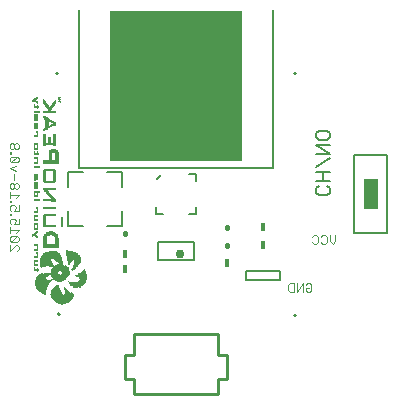
<source format=gbo>
G75*
%MOIN*%
%OFA0B0*%
%FSLAX24Y24*%
%IPPOS*%
%LPD*%
%AMOC8*
5,1,8,0,0,1.08239X$1,22.5*
%
%ADD10R,0.4400X0.5000*%
%ADD11C,0.0040*%
%ADD12C,0.0060*%
%ADD13C,0.0160*%
%ADD14R,0.0160X0.0280*%
%ADD15C,0.0080*%
%ADD16C,0.0100*%
%ADD17R,0.0098X0.0098*%
%ADD18C,0.0050*%
%ADD19R,0.0500X0.1000*%
%ADD20C,0.0300*%
%ADD21R,0.0006X0.0048*%
%ADD22R,0.0006X0.0048*%
%ADD23R,0.0006X0.0042*%
%ADD24R,0.0006X0.0042*%
%ADD25R,0.0006X0.0042*%
%ADD26R,0.0006X0.0042*%
%ADD27R,0.0006X0.0090*%
%ADD28R,0.0006X0.0066*%
%ADD29R,0.0006X0.0048*%
%ADD30R,0.0006X0.0162*%
%ADD31R,0.0006X0.0054*%
%ADD32R,0.0006X0.0048*%
%ADD33R,0.0006X0.0156*%
%ADD34R,0.0006X0.0072*%
%ADD35R,0.0006X0.0108*%
%ADD36R,0.0006X0.0198*%
%ADD37R,0.0006X0.0054*%
%ADD38R,0.0006X0.0180*%
%ADD39R,0.0006X0.0192*%
%ADD40R,0.0006X0.0198*%
%ADD41R,0.0006X0.0108*%
%ADD42R,0.0006X0.0066*%
%ADD43R,0.0006X0.0192*%
%ADD44R,0.0006X0.0204*%
%ADD45R,0.0006X0.0084*%
%ADD46R,0.0006X0.0072*%
%ADD47R,0.0006X0.0078*%
%ADD48R,0.0006X0.0072*%
%ADD49R,0.0006X0.0036*%
%ADD50R,0.0006X0.0036*%
%ADD51R,0.0006X0.0036*%
%ADD52R,0.0006X0.0126*%
%ADD53R,0.0006X0.0228*%
%ADD54R,0.0006X0.0186*%
%ADD55R,0.0006X0.0198*%
%ADD56R,0.0006X0.0252*%
%ADD57R,0.0006X0.0306*%
%ADD58R,0.0006X0.0318*%
%ADD59R,0.0006X0.0342*%
%ADD60R,0.0006X0.0354*%
%ADD61R,0.0006X0.0384*%
%ADD62R,0.0006X0.0402*%
%ADD63R,0.0006X0.0420*%
%ADD64R,0.0006X0.0150*%
%ADD65R,0.0006X0.0432*%
%ADD66R,0.0006X0.0450*%
%ADD67R,0.0006X0.0150*%
%ADD68R,0.0006X0.0054*%
%ADD69R,0.0006X0.0060*%
%ADD70R,0.0006X0.0162*%
%ADD71R,0.0006X0.0462*%
%ADD72R,0.0006X0.0480*%
%ADD73R,0.0006X0.0486*%
%ADD74R,0.0006X0.0492*%
%ADD75R,0.0006X0.0504*%
%ADD76R,0.0006X0.0516*%
%ADD77R,0.0006X0.0534*%
%ADD78R,0.0006X0.0540*%
%ADD79R,0.0006X0.0552*%
%ADD80R,0.0006X0.0552*%
%ADD81R,0.0006X0.0564*%
%ADD82R,0.0006X0.0570*%
%ADD83R,0.0006X0.0576*%
%ADD84R,0.0006X0.0582*%
%ADD85R,0.0006X0.0006*%
%ADD86R,0.0006X0.0594*%
%ADD87R,0.0006X0.0084*%
%ADD88R,0.0006X0.0600*%
%ADD89R,0.0006X0.0612*%
%ADD90R,0.0006X0.0012*%
%ADD91R,0.0006X0.0246*%
%ADD92R,0.0006X0.0300*%
%ADD93R,0.0006X0.0618*%
%ADD94R,0.0006X0.0324*%
%ADD95R,0.0006X0.0624*%
%ADD96R,0.0006X0.0330*%
%ADD97R,0.0006X0.0630*%
%ADD98R,0.0006X0.0348*%
%ADD99R,0.0006X0.0360*%
%ADD100R,0.0006X0.0642*%
%ADD101R,0.0006X0.0378*%
%ADD102R,0.0006X0.0648*%
%ADD103R,0.0006X0.0396*%
%ADD104R,0.0006X0.0648*%
%ADD105R,0.0006X0.0396*%
%ADD106R,0.0006X0.0660*%
%ADD107R,0.0006X0.0408*%
%ADD108R,0.0006X0.0666*%
%ADD109R,0.0006X0.0414*%
%ADD110R,0.0006X0.0672*%
%ADD111R,0.0006X0.0672*%
%ADD112R,0.0006X0.0420*%
%ADD113R,0.0006X0.0678*%
%ADD114R,0.0006X0.0426*%
%ADD115R,0.0006X0.0312*%
%ADD116R,0.0006X0.0294*%
%ADD117R,0.0006X0.0084*%
%ADD118R,0.0006X0.0078*%
%ADD119R,0.0006X0.0102*%
%ADD120R,0.0006X0.0390*%
%ADD121R,0.0006X0.0096*%
%ADD122R,0.0006X0.0138*%
%ADD123R,0.0006X0.0684*%
%ADD124R,0.0006X0.0432*%
%ADD125R,0.0006X0.0354*%
%ADD126R,0.0006X0.0090*%
%ADD127R,0.0006X0.0138*%
%ADD128R,0.0006X0.0438*%
%ADD129R,0.0006X0.0696*%
%ADD130R,0.0006X0.0444*%
%ADD131R,0.0006X0.0408*%
%ADD132R,0.0006X0.0390*%
%ADD133R,0.0006X0.0084*%
%ADD134R,0.0006X0.0078*%
%ADD135R,0.0006X0.0432*%
%ADD136R,0.0006X0.0102*%
%ADD137R,0.0006X0.0096*%
%ADD138R,0.0006X0.0132*%
%ADD139R,0.0006X0.0696*%
%ADD140R,0.0006X0.0450*%
%ADD141R,0.0006X0.0438*%
%ADD142R,0.0006X0.0702*%
%ADD143R,0.0006X0.0444*%
%ADD144R,0.0006X0.0102*%
%ADD145R,0.0006X0.0708*%
%ADD146R,0.0006X0.0456*%
%ADD147R,0.0006X0.0114*%
%ADD148R,0.0006X0.0462*%
%ADD149R,0.0006X0.0096*%
%ADD150R,0.0006X0.0132*%
%ADD151R,0.0006X0.0708*%
%ADD152R,0.0006X0.0456*%
%ADD153R,0.0006X0.0456*%
%ADD154R,0.0006X0.0120*%
%ADD155R,0.0006X0.0462*%
%ADD156R,0.0006X0.0102*%
%ADD157R,0.0006X0.0138*%
%ADD158R,0.0006X0.0426*%
%ADD159R,0.0006X0.0468*%
%ADD160R,0.0006X0.0468*%
%ADD161R,0.0006X0.0132*%
%ADD162R,0.0006X0.0168*%
%ADD163R,0.0006X0.0474*%
%ADD164R,0.0006X0.0456*%
%ADD165R,0.0006X0.0162*%
%ADD166R,0.0006X0.0144*%
%ADD167R,0.0006X0.0444*%
%ADD168R,0.0006X0.0474*%
%ADD169R,0.0006X0.0486*%
%ADD170R,0.0006X0.0138*%
%ADD171R,0.0006X0.0144*%
%ADD172R,0.0006X0.0336*%
%ADD173R,0.0006X0.0498*%
%ADD174R,0.0006X0.0168*%
%ADD175R,0.0006X0.0330*%
%ADD176R,0.0006X0.0174*%
%ADD177R,0.0006X0.0288*%
%ADD178R,0.0006X0.0126*%
%ADD179R,0.0006X0.0486*%
%ADD180R,0.0006X0.0402*%
%ADD181R,0.0006X0.0132*%
%ADD182R,0.0006X0.0252*%
%ADD183R,0.0006X0.0120*%
%ADD184R,0.0006X0.0492*%
%ADD185R,0.0006X0.0240*%
%ADD186R,0.0006X0.0114*%
%ADD187R,0.0006X0.0228*%
%ADD188R,0.0006X0.0204*%
%ADD189R,0.0006X0.0126*%
%ADD190R,0.0006X0.0216*%
%ADD191R,0.0006X0.0378*%
%ADD192R,0.0006X0.0198*%
%ADD193R,0.0006X0.0492*%
%ADD194R,0.0006X0.0366*%
%ADD195R,0.0006X0.0366*%
%ADD196R,0.0006X0.0156*%
%ADD197R,0.0006X0.0348*%
%ADD198R,0.0006X0.0498*%
%ADD199R,0.0006X0.0108*%
%ADD200R,0.0006X0.0264*%
%ADD201R,0.0006X0.0222*%
%ADD202R,0.0006X0.0504*%
%ADD203R,0.0006X0.0264*%
%ADD204R,0.0006X0.0060*%
%ADD205R,0.0006X0.0510*%
%ADD206R,0.0006X0.0066*%
%ADD207R,0.0006X0.0054*%
%ADD208R,0.0006X0.0510*%
%ADD209R,0.0006X0.0108*%
%ADD210R,0.0006X0.0192*%
%ADD211R,0.0006X0.0288*%
%ADD212R,0.0006X0.0030*%
%ADD213R,0.0006X0.0180*%
%ADD214R,0.0006X0.0270*%
%ADD215R,0.0006X0.0480*%
%ADD216R,0.0006X0.0078*%
%ADD217R,0.0006X0.0114*%
%ADD218R,0.0006X0.0024*%
%ADD219R,0.0006X0.0174*%
%ADD220R,0.0006X0.0018*%
%ADD221R,0.0006X0.0210*%
%ADD222R,0.0006X0.0258*%
%ADD223R,0.0006X0.0234*%
%ADD224R,0.0006X0.0252*%
%ADD225R,0.0006X0.0012*%
%ADD226R,0.0006X0.0258*%
%ADD227R,0.0006X0.0270*%
%ADD228R,0.0006X0.0012*%
%ADD229R,0.0006X0.0282*%
%ADD230R,0.0006X0.0186*%
%ADD231R,0.0006X0.0312*%
%ADD232R,0.0006X0.0360*%
%ADD233R,0.0006X0.0276*%
%ADD234R,0.0006X0.0468*%
%ADD235R,0.0006X0.0282*%
%ADD236R,0.0006X0.0144*%
%ADD237R,0.0006X0.0474*%
%ADD238R,0.0006X0.0438*%
%ADD239R,0.0006X0.0126*%
%ADD240R,0.0006X0.0486*%
%ADD241R,0.0006X0.0528*%
%ADD242R,0.0006X0.0534*%
%ADD243R,0.0006X0.0516*%
%ADD244R,0.0006X0.0306*%
%ADD245R,0.0006X0.0492*%
%ADD246R,0.0006X0.0546*%
%ADD247R,0.0006X0.0522*%
%ADD248R,0.0006X0.0306*%
%ADD249R,0.0006X0.0534*%
%ADD250R,0.0006X0.0558*%
%ADD251R,0.0006X0.0570*%
%ADD252R,0.0006X0.0540*%
%ADD253R,0.0006X0.0318*%
%ADD254R,0.0006X0.0546*%
%ADD255R,0.0006X0.0324*%
%ADD256R,0.0006X0.0588*%
%ADD257R,0.0006X0.0600*%
%ADD258R,0.0006X0.0558*%
%ADD259R,0.0006X0.0324*%
%ADD260R,0.0006X0.0462*%
%ADD261R,0.0006X0.0612*%
%ADD262R,0.0006X0.0366*%
%ADD263R,0.0006X0.0588*%
%ADD264R,0.0006X0.0576*%
%ADD265R,0.0006X0.0246*%
%ADD266R,0.0006X0.0234*%
%ADD267R,0.0006X0.0006*%
%ADD268R,0.0006X0.0552*%
%ADD269R,0.0006X0.0222*%
%ADD270R,0.0006X0.0234*%
%ADD271R,0.0006X0.0024*%
%ADD272R,0.0006X0.0336*%
%ADD273R,0.0006X0.0504*%
%ADD274R,0.0006X0.0228*%
%ADD275R,0.0006X0.0216*%
%ADD276R,0.0006X0.0336*%
%ADD277R,0.0006X0.0498*%
%ADD278R,0.0006X0.0228*%
%ADD279R,0.0006X0.0030*%
%ADD280R,0.0006X0.0222*%
%ADD281R,0.0006X0.0024*%
%ADD282R,0.0006X0.0396*%
%ADD283R,0.0006X0.0384*%
%ADD284R,0.0006X0.0498*%
%ADD285R,0.0006X0.0372*%
%ADD286R,0.0006X0.0318*%
%ADD287R,0.0006X0.0306*%
%ADD288R,0.0006X0.0534*%
%ADD289R,0.0006X0.0528*%
%ADD290R,0.0006X0.0522*%
%ADD291R,0.0006X0.0282*%
%ADD292R,0.0006X0.0300*%
%ADD293R,0.0006X0.0024*%
%ADD294R,0.0006X0.0186*%
%ADD295R,0.0006X0.0216*%
%ADD296R,0.0006X0.0414*%
%ADD297R,0.0006X0.0012*%
%ADD298R,0.0006X0.0240*%
%ADD299R,0.0006X0.0408*%
%ADD300R,0.0006X0.0276*%
%ADD301R,0.0006X0.0378*%
%ADD302R,0.0006X0.0372*%
%ADD303R,0.0006X0.0342*%
%ADD304R,0.0006X0.0018*%
%ADD305R,0.0006X0.0342*%
%ADD306R,0.0006X0.0438*%
%ADD307R,0.0006X0.0402*%
%ADD308R,0.0006X0.0366*%
%ADD309R,0.0006X0.0174*%
%ADD310R,0.0006X0.0324*%
%ADD311R,0.0006X0.0156*%
%ADD312R,0.0006X0.0294*%
%ADD313R,0.0006X0.0162*%
%ADD314R,0.0006X0.0288*%
%ADD315R,0.0006X0.0186*%
%ADD316R,0.0006X0.0258*%
%ADD317R,0.0006X0.0264*%
%ADD318R,0.0006X0.0522*%
%ADD319R,0.0006X0.0204*%
%ADD320R,0.0006X0.0432*%
%ADD321R,0.0006X0.0216*%
%ADD322R,0.0006X0.0222*%
%ADD323R,0.0006X0.0156*%
%ADD324R,0.0006X0.0168*%
%ADD325R,0.0006X0.0468*%
%ADD326R,0.0006X0.0258*%
D10*
X024731Y028331D03*
D11*
X019482Y026380D02*
X019435Y026427D01*
X019388Y026427D01*
X019341Y026380D01*
X019341Y026286D01*
X019388Y026240D01*
X019435Y026240D01*
X019482Y026286D01*
X019482Y026380D01*
X019341Y026380D02*
X019295Y026427D01*
X019248Y026427D01*
X019201Y026380D01*
X019201Y026286D01*
X019248Y026240D01*
X019295Y026240D01*
X019341Y026286D01*
X019248Y026139D02*
X019201Y026139D01*
X019201Y026092D01*
X019248Y026092D01*
X019248Y026139D01*
X019248Y025985D02*
X019201Y025938D01*
X019201Y025845D01*
X019248Y025798D01*
X019435Y025985D01*
X019248Y025985D01*
X019435Y025985D02*
X019482Y025938D01*
X019482Y025845D01*
X019435Y025798D01*
X019248Y025798D01*
X019388Y025690D02*
X019201Y025597D01*
X019388Y025503D01*
X019341Y025395D02*
X019341Y025209D01*
X019295Y025101D02*
X019248Y025101D01*
X019201Y025054D01*
X019201Y024961D01*
X019248Y024914D01*
X019295Y024914D01*
X019341Y024961D01*
X019341Y025054D01*
X019295Y025101D01*
X019341Y025054D02*
X019388Y025101D01*
X019435Y025101D01*
X019482Y025054D01*
X019482Y024961D01*
X019435Y024914D01*
X019388Y024914D01*
X019341Y024961D01*
X019201Y024806D02*
X019201Y024619D01*
X019201Y024713D02*
X019482Y024713D01*
X019388Y024619D01*
X019248Y024519D02*
X019201Y024519D01*
X019201Y024472D01*
X019248Y024472D01*
X019248Y024519D01*
X019248Y024364D02*
X019201Y024317D01*
X019201Y024224D01*
X019248Y024177D01*
X019341Y024177D02*
X019388Y024271D01*
X019388Y024317D01*
X019341Y024364D01*
X019248Y024364D01*
X019341Y024177D02*
X019482Y024177D01*
X019482Y024364D01*
X019248Y024077D02*
X019201Y024077D01*
X019201Y024030D01*
X019248Y024030D01*
X019248Y024077D01*
X019248Y023922D02*
X019201Y023875D01*
X019201Y023782D01*
X019248Y023735D01*
X019341Y023735D02*
X019388Y023829D01*
X019388Y023875D01*
X019341Y023922D01*
X019248Y023922D01*
X019341Y023735D02*
X019482Y023735D01*
X019482Y023922D01*
X019482Y023534D02*
X019201Y023534D01*
X019201Y023441D02*
X019201Y023627D01*
X019388Y023441D02*
X019482Y023534D01*
X019435Y023333D02*
X019248Y023146D01*
X019201Y023193D01*
X019201Y023286D01*
X019248Y023333D01*
X019435Y023333D01*
X019482Y023286D01*
X019482Y023193D01*
X019435Y023146D01*
X019248Y023146D01*
X019201Y023038D02*
X019201Y022851D01*
X019388Y023038D01*
X019435Y023038D01*
X019482Y022991D01*
X019482Y022898D01*
X019435Y022851D01*
X028469Y021715D02*
X028516Y021762D01*
X028656Y021762D01*
X028656Y021481D01*
X028516Y021481D01*
X028469Y021528D01*
X028469Y021715D01*
X028764Y021762D02*
X028764Y021481D01*
X028951Y021762D01*
X028951Y021481D01*
X029058Y021528D02*
X029058Y021621D01*
X029152Y021621D01*
X029245Y021528D02*
X029199Y021481D01*
X029105Y021481D01*
X029058Y021528D01*
X029058Y021715D02*
X029105Y021762D01*
X029199Y021762D01*
X029245Y021715D01*
X029245Y021528D01*
X029316Y023081D02*
X029269Y023128D01*
X029316Y023081D02*
X029409Y023081D01*
X029456Y023128D01*
X029456Y023315D01*
X029409Y023362D01*
X029316Y023362D01*
X029269Y023315D01*
X029564Y023315D02*
X029610Y023362D01*
X029704Y023362D01*
X029751Y023315D01*
X029751Y023128D01*
X029704Y023081D01*
X029610Y023081D01*
X029564Y023128D01*
X029858Y023175D02*
X029858Y023362D01*
X030045Y023362D02*
X030045Y023175D01*
X029952Y023081D01*
X029858Y023175D01*
D12*
X029778Y024711D02*
X029485Y024711D01*
X029411Y024785D01*
X029411Y024931D01*
X029485Y025005D01*
X029411Y025172D02*
X029852Y025172D01*
X029778Y025005D02*
X029852Y024931D01*
X029852Y024785D01*
X029778Y024711D01*
X029631Y025172D02*
X029631Y025465D01*
X029411Y025465D02*
X029852Y025465D01*
X029852Y025926D02*
X029411Y025632D01*
X029411Y026092D02*
X029852Y026092D01*
X029411Y026386D01*
X029852Y026386D01*
X029778Y026553D02*
X029485Y026553D01*
X029411Y026626D01*
X029411Y026773D01*
X029485Y026846D01*
X029778Y026846D01*
X029852Y026773D01*
X029852Y026626D01*
X029778Y026553D01*
X028191Y022181D02*
X027051Y022181D01*
X027051Y021881D01*
X028191Y021881D01*
X028191Y022181D01*
D13*
X026431Y023019D02*
X026431Y023043D01*
X026431Y023619D02*
X026431Y023643D01*
X023031Y023443D02*
X023031Y023419D01*
D14*
X023031Y022731D03*
X023031Y022231D03*
X026431Y022431D03*
X027631Y023031D03*
X027631Y023631D03*
D15*
X025401Y024062D02*
X025164Y024062D01*
X025401Y024062D02*
X025401Y024298D01*
X025401Y025164D02*
X025401Y025401D01*
X025164Y025401D01*
X024235Y025375D02*
X024088Y025235D01*
X024062Y024298D02*
X024062Y024062D01*
X024298Y024062D01*
X022931Y024181D02*
X022931Y023681D01*
X022431Y023681D01*
X021631Y023681D02*
X021131Y023681D01*
X021131Y024181D01*
X020931Y023981D02*
X020931Y023681D01*
X021131Y024981D02*
X021131Y025481D01*
X021641Y025473D01*
X022431Y025481D02*
X022931Y025481D01*
X022931Y024981D01*
D16*
X023331Y020081D02*
X023331Y019381D01*
X023031Y019381D01*
X023031Y018581D01*
X023331Y018581D01*
X023331Y018081D01*
X026131Y018081D01*
X026131Y018581D01*
X026431Y018581D01*
X026431Y019381D01*
X026131Y019381D01*
X026131Y020081D01*
X023331Y020081D01*
D17*
G36*
X020885Y020746D02*
X020816Y020677D01*
X020747Y020746D01*
X020816Y020815D01*
X020885Y020746D01*
G37*
G36*
X028697Y020627D02*
X028628Y020696D01*
X028697Y020765D01*
X028766Y020696D01*
X028697Y020627D01*
G37*
G36*
X028628Y028766D02*
X028697Y028835D01*
X028766Y028766D01*
X028697Y028697D01*
X028628Y028766D01*
G37*
G36*
X020766Y028835D02*
X020835Y028766D01*
X020766Y028697D01*
X020697Y028766D01*
X020766Y028835D01*
G37*
D18*
X021483Y030878D02*
X021483Y025603D01*
X027979Y025603D01*
X027979Y030878D01*
X030677Y026031D02*
X030677Y023431D01*
X031777Y023431D01*
X031777Y026031D01*
X030677Y026031D01*
X025331Y023131D02*
X025331Y022531D01*
X024131Y022531D01*
X024131Y023131D01*
X025331Y023131D01*
D19*
X031227Y024731D03*
D20*
X024881Y022731D03*
D21*
X020562Y021845D03*
X020124Y023315D03*
X020094Y023447D03*
X020124Y023465D03*
X020130Y023471D03*
X019998Y023381D03*
X019962Y023357D03*
X020052Y024665D03*
X020058Y024665D03*
X020064Y024665D03*
X020070Y024665D03*
X020082Y024665D03*
X020088Y024665D03*
X020094Y024665D03*
X020100Y024665D03*
X020100Y024821D03*
X020094Y024821D03*
X020088Y024821D03*
X020082Y024821D03*
X020070Y024821D03*
X020064Y024821D03*
X020058Y024821D03*
X020052Y024821D03*
X020040Y024821D03*
X020112Y024821D03*
X020118Y024821D03*
X020142Y024821D03*
X020148Y024821D03*
X020154Y024821D03*
X020160Y024821D03*
X020172Y024821D03*
X020178Y024821D03*
X020184Y024821D03*
X020190Y024821D03*
X020202Y024821D03*
X020208Y024821D03*
X020214Y024821D03*
X020190Y025655D03*
X020184Y025655D03*
X020178Y025655D03*
X020172Y025655D03*
X020130Y025655D03*
X020124Y025655D03*
X020118Y025655D03*
X020112Y025655D03*
X020100Y025655D03*
X020094Y025655D03*
X020088Y025655D03*
X020082Y025655D03*
X020070Y025655D03*
X020064Y025655D03*
X020058Y025655D03*
X020052Y025655D03*
X020040Y025655D03*
X020034Y025655D03*
X020028Y025655D03*
X020022Y025655D03*
X020022Y027491D03*
X020028Y027491D03*
X020034Y027491D03*
X020040Y027491D03*
X020052Y027491D03*
X020058Y027491D03*
X020064Y027491D03*
X020070Y027491D03*
X020082Y027491D03*
X020088Y027491D03*
X020094Y027491D03*
X020100Y027491D03*
X020112Y027491D03*
X020118Y027491D03*
X020124Y027491D03*
X020130Y027491D03*
X020142Y027491D03*
X020148Y027491D03*
X020154Y027491D03*
X020160Y027491D03*
X020172Y027491D03*
X020178Y027491D03*
X020184Y027491D03*
X020190Y027491D03*
X020202Y027491D03*
X020208Y027491D03*
X020214Y027491D03*
X020130Y027791D03*
X020124Y027797D03*
X020112Y027941D03*
X020124Y027947D03*
X019980Y027851D03*
X019968Y027845D03*
D22*
X019962Y027839D03*
X019998Y027863D03*
X020094Y027929D03*
X020130Y027953D03*
X020118Y027359D03*
X020112Y027359D03*
X020100Y027359D03*
X020094Y027359D03*
X020088Y027359D03*
X020064Y027359D03*
X020058Y027359D03*
X020052Y027359D03*
X020040Y027359D03*
X020040Y027203D03*
X020034Y027203D03*
X020052Y027203D03*
X020058Y027203D03*
X020064Y027203D03*
X020112Y027209D03*
X020118Y027209D03*
X020118Y025379D03*
X020112Y025379D03*
X020100Y025379D03*
X020094Y025379D03*
X020088Y025379D03*
X020064Y025379D03*
X020058Y025379D03*
X020052Y025379D03*
X020040Y025379D03*
X020040Y025223D03*
X020034Y025223D03*
X020052Y025223D03*
X020058Y025223D03*
X020064Y025223D03*
X020112Y025229D03*
X020118Y025229D03*
X020118Y024539D03*
X020112Y024539D03*
X020100Y024539D03*
X020094Y024539D03*
X020088Y024539D03*
X020082Y024539D03*
X020070Y024539D03*
X020064Y024539D03*
X020058Y024539D03*
X020052Y024539D03*
X020040Y024539D03*
X020034Y024539D03*
X020028Y024539D03*
X020022Y024539D03*
X020124Y024539D03*
X020130Y024539D03*
X020172Y024539D03*
X020178Y024539D03*
X020184Y024539D03*
X020190Y024539D03*
X020112Y023459D03*
X020130Y023309D03*
X019980Y023369D03*
X019968Y023363D03*
X020562Y022079D03*
X020568Y022079D03*
X020574Y022079D03*
X020580Y022079D03*
X021204Y021779D03*
X021438Y022013D03*
X021300Y022229D03*
D23*
X021294Y022220D03*
X021432Y022010D03*
X021198Y021782D03*
X020178Y022196D03*
X020172Y022196D03*
X020160Y022196D03*
X020154Y022196D03*
X020148Y022196D03*
X020142Y022196D03*
X020118Y022196D03*
X020112Y022196D03*
X020100Y022196D03*
X020094Y022196D03*
X020088Y022196D03*
X020082Y022196D03*
X020070Y022196D03*
X020064Y022196D03*
X020058Y022196D03*
X020052Y022196D03*
X020040Y022196D03*
X020034Y022196D03*
X020040Y022520D03*
X020052Y022520D03*
X020058Y022520D03*
X020064Y022520D03*
X020070Y022520D03*
X020082Y022520D03*
X020088Y022520D03*
X020094Y022520D03*
X020100Y022520D03*
X020112Y022520D03*
X020118Y022520D03*
X020124Y022520D03*
X020130Y022520D03*
X020112Y022646D03*
X020100Y022646D03*
X020094Y022646D03*
X020088Y022646D03*
X020082Y022646D03*
X020070Y022646D03*
X020064Y022646D03*
X020058Y022646D03*
X020052Y022646D03*
X020040Y022646D03*
X020034Y022646D03*
X020028Y022646D03*
X020022Y022646D03*
X020022Y022892D03*
X020028Y022892D03*
X020034Y022892D03*
X020040Y022892D03*
X020052Y022892D03*
X020058Y022892D03*
X020064Y022892D03*
X020070Y022892D03*
X020082Y022892D03*
X020088Y022892D03*
X020094Y022892D03*
X020100Y022892D03*
X020112Y022892D03*
X020100Y023330D03*
X020094Y023336D03*
X020088Y023336D03*
X020082Y023342D03*
X020052Y023360D03*
X020010Y023390D03*
X019974Y023366D03*
X020052Y023420D03*
X020064Y023426D03*
X020070Y023432D03*
X020100Y023450D03*
X020118Y023462D03*
X020118Y023582D03*
X020112Y023582D03*
X020100Y023582D03*
X020094Y023582D03*
X020088Y023582D03*
X020082Y023582D03*
X020070Y023582D03*
X020064Y023582D03*
X020058Y023582D03*
X020052Y023582D03*
X020040Y023582D03*
X020034Y023582D03*
X020040Y024020D03*
X020052Y024020D03*
X020058Y024020D03*
X020064Y024020D03*
X020070Y024020D03*
X020082Y024020D03*
X020088Y024020D03*
X020094Y024020D03*
X020100Y024020D03*
X020112Y024020D03*
X020118Y024020D03*
X020124Y024020D03*
X020130Y024020D03*
X020112Y024146D03*
X020100Y024146D03*
X020094Y024146D03*
X020088Y024146D03*
X020082Y024146D03*
X020070Y024146D03*
X020064Y024146D03*
X020058Y024146D03*
X020052Y024146D03*
X020040Y024146D03*
X020034Y024146D03*
X020028Y024146D03*
X020022Y024146D03*
X020034Y024950D03*
X020040Y024950D03*
X020052Y024950D03*
X020058Y024950D03*
X020064Y024950D03*
X020070Y024950D03*
X020094Y024950D03*
X020100Y024950D03*
X020112Y024950D03*
X020118Y024950D03*
X020118Y025100D03*
X020112Y025100D03*
X020100Y025100D03*
X020094Y025100D03*
X020052Y025100D03*
X020040Y025100D03*
X020034Y025100D03*
X020034Y025940D03*
X020028Y025940D03*
X020022Y025940D03*
X020040Y025940D03*
X020052Y025940D03*
X020058Y025940D03*
X020064Y025940D03*
X020070Y025940D03*
X020082Y025940D03*
X020088Y025940D03*
X020094Y025940D03*
X020100Y025940D03*
X020112Y025940D03*
X020118Y025940D03*
X020118Y026822D03*
X020112Y026822D03*
X020100Y026822D03*
X020100Y026930D03*
X020094Y026930D03*
X020112Y026930D03*
X020118Y026930D03*
X020070Y026930D03*
X020064Y026930D03*
X020058Y026930D03*
X020052Y026930D03*
X020040Y026930D03*
X020034Y026930D03*
X020034Y027080D03*
X020040Y027080D03*
X020052Y027080D03*
X020094Y027080D03*
X020100Y027080D03*
X020112Y027080D03*
X020118Y027080D03*
X020118Y027800D03*
X020112Y027806D03*
X020100Y027812D03*
X020070Y027830D03*
X020064Y027836D03*
X020052Y027842D03*
X020010Y027872D03*
X020004Y027866D03*
X019992Y027860D03*
X020052Y027902D03*
X020082Y027920D03*
X020088Y027926D03*
X020100Y027932D03*
D24*
X020118Y027944D03*
X020070Y027914D03*
X020064Y027908D03*
X020082Y027824D03*
X020088Y027818D03*
X020094Y027818D03*
X019974Y027848D03*
X020034Y027638D03*
X020040Y027638D03*
X020052Y027638D03*
X020058Y027638D03*
X020064Y027638D03*
X020070Y027638D03*
X020082Y027638D03*
X020088Y027638D03*
X020094Y027638D03*
X020100Y027638D03*
X020112Y027638D03*
X020118Y027638D03*
X020142Y027638D03*
X020148Y027638D03*
X020154Y027638D03*
X020160Y027638D03*
X020172Y027638D03*
X020178Y027638D03*
X020112Y026684D03*
X020100Y026684D03*
X020094Y026684D03*
X020088Y026684D03*
X020082Y026684D03*
X020070Y026684D03*
X020064Y026684D03*
X020058Y026684D03*
X020052Y026684D03*
X020040Y026684D03*
X020034Y026684D03*
X020028Y026684D03*
X020022Y026684D03*
X020034Y026414D03*
X020040Y026414D03*
X020052Y026414D03*
X020058Y026414D03*
X020064Y026414D03*
X020070Y026414D03*
X020082Y026414D03*
X020088Y026414D03*
X020094Y026414D03*
X020100Y026414D03*
X020112Y026414D03*
X020118Y026414D03*
X020118Y026258D03*
X020112Y026258D03*
X020100Y026258D03*
X020094Y026258D03*
X020088Y026258D03*
X020082Y026258D03*
X020070Y026258D03*
X020064Y026258D03*
X020058Y026258D03*
X020052Y026258D03*
X020040Y026258D03*
X020034Y026258D03*
X020034Y026084D03*
X020040Y026084D03*
X020052Y026084D03*
X020058Y026084D03*
X020064Y026084D03*
X020070Y026084D03*
X020082Y026084D03*
X020088Y026084D03*
X020094Y026084D03*
X020100Y026084D03*
X020112Y026084D03*
X020118Y026084D03*
X020142Y026084D03*
X020148Y026084D03*
X020154Y026084D03*
X020160Y026084D03*
X020172Y026084D03*
X020178Y026084D03*
X020112Y025784D03*
X020100Y025784D03*
X020094Y025784D03*
X020088Y025784D03*
X020082Y025784D03*
X020070Y025784D03*
X020064Y025784D03*
X020058Y025784D03*
X020052Y025784D03*
X020040Y025784D03*
X020034Y025784D03*
X020028Y025784D03*
X020022Y025784D03*
X020040Y024668D03*
X020112Y024668D03*
X020112Y024284D03*
X020118Y024284D03*
X020100Y024284D03*
X020100Y023864D03*
X020094Y023864D03*
X020088Y023864D03*
X020082Y023864D03*
X020070Y023864D03*
X020064Y023864D03*
X020058Y023864D03*
X020052Y023864D03*
X020040Y023864D03*
X020034Y023864D03*
X020112Y023864D03*
X020118Y023864D03*
X020124Y023864D03*
X020130Y023864D03*
X020118Y023738D03*
X020112Y023738D03*
X020100Y023738D03*
X020094Y023738D03*
X020088Y023738D03*
X020082Y023738D03*
X020070Y023738D03*
X020064Y023738D03*
X020058Y023738D03*
X020052Y023738D03*
X020040Y023738D03*
X020034Y023738D03*
X020088Y023444D03*
X020082Y023438D03*
X020064Y023354D03*
X020070Y023348D03*
X020112Y023324D03*
X020118Y023318D03*
X020004Y023384D03*
X019992Y023378D03*
X020022Y023048D03*
X020028Y023048D03*
X020034Y023048D03*
X020040Y023048D03*
X020052Y023048D03*
X020058Y023048D03*
X020064Y023048D03*
X020070Y023048D03*
X020082Y023048D03*
X020088Y023048D03*
X020094Y023048D03*
X020100Y023048D03*
X020112Y023048D03*
X020118Y023048D03*
X020118Y022784D03*
X020112Y022784D03*
X020100Y022784D03*
X020100Y022364D03*
X020094Y022364D03*
X020088Y022364D03*
X020082Y022364D03*
X020070Y022364D03*
X020064Y022364D03*
X020058Y022364D03*
X020052Y022364D03*
X020040Y022364D03*
X020034Y022364D03*
X020112Y022364D03*
X020118Y022364D03*
X020124Y022364D03*
X020130Y022364D03*
X020568Y021848D03*
X020574Y021848D03*
X021288Y022214D03*
D25*
X020166Y022196D03*
X020106Y022196D03*
X020076Y022196D03*
X020046Y022196D03*
X020046Y022520D03*
X020016Y022520D03*
X020076Y022520D03*
X020106Y022520D03*
X020136Y022520D03*
X020136Y022646D03*
X020106Y022646D03*
X020076Y022646D03*
X020046Y022646D03*
X020016Y022646D03*
X020016Y022892D03*
X020046Y022892D03*
X020076Y022892D03*
X020106Y022892D03*
X020136Y022892D03*
X019986Y023372D03*
X020106Y023456D03*
X020106Y023582D03*
X020076Y023582D03*
X020046Y023582D03*
X020046Y024020D03*
X020016Y024020D03*
X020076Y024020D03*
X020106Y024020D03*
X020136Y024020D03*
X020136Y024146D03*
X020106Y024146D03*
X020076Y024146D03*
X020046Y024146D03*
X020016Y024146D03*
X020046Y024950D03*
X020106Y024950D03*
X020106Y025100D03*
X020046Y025100D03*
X020046Y025940D03*
X020016Y025940D03*
X020076Y025940D03*
X020106Y025940D03*
X020106Y026822D03*
X020106Y026930D03*
X020046Y026930D03*
X020046Y027080D03*
X020106Y027080D03*
X020076Y027830D03*
X020076Y027920D03*
X020136Y027956D03*
D26*
X020106Y027938D03*
X019986Y027854D03*
X020046Y027638D03*
X020076Y027638D03*
X020106Y027638D03*
X020166Y027638D03*
X020136Y026684D03*
X020106Y026684D03*
X020076Y026684D03*
X020046Y026684D03*
X020016Y026684D03*
X020046Y026414D03*
X020076Y026414D03*
X020106Y026414D03*
X020106Y026258D03*
X020076Y026258D03*
X020046Y026258D03*
X020046Y026084D03*
X020076Y026084D03*
X020106Y026084D03*
X020166Y026084D03*
X020136Y025784D03*
X020106Y025784D03*
X020076Y025784D03*
X020046Y025784D03*
X020016Y025784D03*
X020106Y024284D03*
X020106Y023864D03*
X020076Y023864D03*
X020046Y023864D03*
X020136Y023864D03*
X020106Y023738D03*
X020076Y023738D03*
X020046Y023738D03*
X020136Y023474D03*
X020076Y023438D03*
X020076Y023348D03*
X020076Y023048D03*
X020046Y023048D03*
X020016Y023048D03*
X020106Y023048D03*
X020106Y022784D03*
X020106Y022364D03*
X020076Y022364D03*
X020046Y022364D03*
X020136Y022364D03*
X021336Y021368D03*
D27*
X020526Y021824D03*
X020016Y022238D03*
X021096Y022802D03*
X020706Y024536D03*
X020646Y025142D03*
X020616Y025142D03*
X020586Y025142D03*
X020556Y025142D03*
X020526Y025142D03*
X020496Y025142D03*
X020466Y025142D03*
X020436Y025142D03*
X020406Y025142D03*
X020436Y025526D03*
X020466Y025526D03*
X020496Y025526D03*
X020526Y025526D03*
X020556Y025526D03*
X020586Y025526D03*
X020616Y025526D03*
X020646Y025526D03*
X020016Y026126D03*
X020346Y026888D03*
X020376Y026906D03*
X020556Y027182D03*
X020586Y027170D03*
X020616Y027152D03*
X020526Y027200D03*
X020016Y027680D03*
D28*
X020016Y023894D03*
X020016Y022394D03*
X020526Y022070D03*
D29*
X020136Y023309D03*
X020016Y023393D03*
X020016Y024539D03*
X020046Y024539D03*
X020076Y024539D03*
X020106Y024539D03*
X020136Y024539D03*
X020046Y025223D03*
X020106Y025229D03*
X020106Y025379D03*
X020046Y025379D03*
X020016Y025379D03*
X020046Y027203D03*
X020106Y027209D03*
X020106Y027359D03*
X020046Y027359D03*
X020016Y027359D03*
X020106Y027809D03*
D30*
X020136Y026336D03*
X020016Y026336D03*
X020016Y023660D03*
X020136Y023660D03*
D31*
X020016Y024716D03*
X020556Y022076D03*
D32*
X020556Y021845D03*
X020106Y023327D03*
X020106Y024665D03*
X020076Y024665D03*
X020046Y024665D03*
X020046Y024821D03*
X020016Y024821D03*
X020076Y024821D03*
X020106Y024821D03*
X020166Y024821D03*
X020196Y024821D03*
X020136Y025655D03*
X020106Y025655D03*
X020076Y025655D03*
X020046Y025655D03*
X020016Y025655D03*
X020016Y027491D03*
X020046Y027491D03*
X020076Y027491D03*
X020106Y027491D03*
X020136Y027491D03*
X020166Y027491D03*
X020196Y027491D03*
X020136Y027791D03*
X020016Y027875D03*
D33*
X020016Y027005D03*
X020136Y027005D03*
X020136Y025025D03*
X020016Y025025D03*
X020136Y024767D03*
X020646Y024569D03*
D34*
X020016Y025253D03*
X020016Y027233D03*
D35*
X020622Y026183D03*
X020628Y026183D03*
X020634Y026183D03*
X020640Y026183D03*
X020652Y026183D03*
X020658Y026183D03*
X020664Y026183D03*
X020670Y026183D03*
X020682Y026183D03*
X020688Y026183D03*
X020694Y026183D03*
X020700Y026183D03*
X020712Y026183D03*
X020718Y026183D03*
X020724Y026183D03*
X020622Y023429D03*
X020610Y023429D03*
X020604Y023429D03*
X020598Y023429D03*
X020592Y023429D03*
X020580Y023429D03*
X020574Y023429D03*
X020568Y023429D03*
X020562Y023429D03*
X020550Y023429D03*
X020544Y023429D03*
X020538Y023429D03*
X020520Y023423D03*
X020514Y023423D03*
X020508Y023423D03*
X020640Y023423D03*
X020652Y023423D03*
X020622Y022379D03*
X020460Y022049D03*
X020454Y022049D03*
X020028Y022229D03*
X020022Y022229D03*
X021252Y021749D03*
D36*
X020604Y022100D03*
X020580Y022430D03*
X020028Y022442D03*
X020022Y022442D03*
X020124Y022970D03*
X020130Y022970D03*
X020424Y023342D03*
X020130Y023660D03*
X020124Y023660D03*
X020028Y023660D03*
X020022Y023660D03*
X020022Y023942D03*
X020028Y023942D03*
X020610Y024590D03*
X020448Y024842D03*
X020130Y025862D03*
X020124Y025862D03*
X020124Y026336D03*
X020130Y026336D03*
X020028Y026336D03*
X020022Y026336D03*
D37*
X020022Y027872D03*
X020034Y024674D03*
X020118Y024674D03*
X020022Y023390D03*
D38*
X020124Y024215D03*
X020130Y024215D03*
X020628Y024581D03*
X020430Y024851D03*
X020130Y024755D03*
X020022Y024755D03*
X020082Y025313D03*
X020124Y026753D03*
X020130Y026753D03*
X020082Y027293D03*
X020538Y027539D03*
X020544Y027539D03*
X020550Y027539D03*
X020130Y022715D03*
X020124Y022715D03*
X021360Y022325D03*
X021552Y022025D03*
X021354Y021719D03*
X021348Y021719D03*
D39*
X021180Y022121D03*
X020232Y022457D03*
X020442Y024845D03*
X020130Y025025D03*
X020124Y025025D03*
X020088Y025025D03*
X020082Y025025D03*
X020028Y025025D03*
X020022Y025025D03*
X020130Y025301D03*
X020130Y027005D03*
X020124Y027005D03*
X020088Y027005D03*
X020082Y027005D03*
X020028Y027005D03*
X020022Y027005D03*
X020130Y027281D03*
X020532Y027545D03*
D40*
X020562Y027548D03*
X020124Y027284D03*
X020022Y027284D03*
X020022Y025304D03*
X020124Y025304D03*
D41*
X020364Y024887D03*
X020688Y024545D03*
X020664Y023417D03*
X020658Y023417D03*
X020064Y021797D03*
X020028Y026117D03*
X020022Y026117D03*
X020022Y027671D03*
X020028Y027671D03*
D42*
X020028Y027872D03*
X020328Y024908D03*
X020034Y024812D03*
X020724Y024524D03*
X020028Y023390D03*
D43*
X020028Y024749D03*
X020124Y024749D03*
X020472Y021773D03*
X021378Y021719D03*
X021384Y021719D03*
X021390Y021719D03*
X021270Y021329D03*
D44*
X020070Y025301D03*
X020028Y025301D03*
X020028Y027281D03*
X020070Y027281D03*
X020520Y027551D03*
X020568Y027551D03*
D45*
X020610Y027155D03*
X020622Y027149D03*
X020634Y027143D03*
X020652Y027137D03*
X020562Y026999D03*
X020550Y026993D03*
X020538Y026987D03*
X020514Y026975D03*
X020508Y026975D03*
X020502Y026969D03*
X020490Y026963D03*
X020394Y026915D03*
X020382Y026909D03*
X020364Y026897D03*
X020340Y026885D03*
X020328Y026879D03*
X020412Y026405D03*
X020418Y026405D03*
X020424Y026405D03*
X020430Y026405D03*
X020442Y026405D03*
X020448Y026405D03*
X020454Y026405D03*
X020460Y026405D03*
X020472Y026405D03*
X020478Y026405D03*
X020484Y026405D03*
X020490Y026405D03*
X020502Y026405D03*
X020580Y026405D03*
X020592Y026405D03*
X020598Y026405D03*
X020604Y026405D03*
X020610Y026405D03*
X020622Y026405D03*
X020628Y026405D03*
X020634Y026405D03*
X020640Y026405D03*
X020652Y026405D03*
X020658Y026405D03*
X020118Y025805D03*
X020652Y025523D03*
X020712Y024533D03*
X020712Y024029D03*
X020718Y024029D03*
X020724Y024029D03*
X020730Y024029D03*
X020700Y024029D03*
X020694Y024029D03*
X020688Y024029D03*
X020682Y024029D03*
X020670Y024029D03*
X020664Y024029D03*
X020658Y024029D03*
X020652Y024029D03*
X020640Y024029D03*
X020634Y024029D03*
X020628Y024029D03*
X020622Y024029D03*
X020610Y024029D03*
X020604Y024029D03*
X020598Y024029D03*
X020592Y024029D03*
X020580Y024029D03*
X020574Y024029D03*
X020568Y024029D03*
X020562Y024029D03*
X020550Y024029D03*
X020544Y024029D03*
X020538Y024029D03*
X020532Y024029D03*
X020520Y024029D03*
X020514Y024029D03*
X020508Y024029D03*
X020502Y024029D03*
X020490Y024029D03*
X020484Y024029D03*
X020478Y024029D03*
X020472Y024029D03*
X020460Y024029D03*
X020454Y024029D03*
X020448Y024029D03*
X020442Y024029D03*
X020430Y024029D03*
X020424Y024029D03*
X020418Y024029D03*
X020412Y024029D03*
X020412Y023687D03*
X020418Y023687D03*
X020424Y023687D03*
X020430Y023687D03*
X020442Y023687D03*
X020448Y023687D03*
X020454Y023687D03*
X020460Y023687D03*
X020472Y023687D03*
X020478Y023687D03*
X020484Y023687D03*
X020490Y023687D03*
X020502Y023687D03*
X020508Y023687D03*
X020514Y023687D03*
X020520Y023687D03*
X020532Y023687D03*
X020538Y023687D03*
X020544Y023687D03*
X020550Y023687D03*
X020562Y023687D03*
X020568Y023687D03*
X020574Y023687D03*
X020580Y023687D03*
X020592Y023687D03*
X020598Y023687D03*
X020604Y023687D03*
X020610Y023687D03*
X020622Y023687D03*
X020628Y023687D03*
X020634Y023687D03*
X020640Y023687D03*
X020652Y023687D03*
X020658Y023687D03*
X020664Y023687D03*
X020670Y023687D03*
X020682Y023687D03*
X020688Y023687D03*
X020694Y023687D03*
X020700Y023687D03*
X020712Y023687D03*
X020718Y023687D03*
X020724Y023687D03*
X020730Y023687D03*
X020034Y023999D03*
X020118Y022913D03*
X020034Y022499D03*
X020640Y022367D03*
X020532Y021827D03*
X021048Y021563D03*
X021324Y021353D03*
X021480Y022025D03*
X021492Y022025D03*
X020898Y027809D03*
X020892Y027809D03*
D46*
X020118Y026699D03*
X020034Y023393D03*
X020544Y021833D03*
X021468Y022019D03*
D47*
X021198Y022118D03*
X020514Y022064D03*
X020508Y022064D03*
X020034Y025364D03*
X020532Y026984D03*
X020574Y027008D03*
X020580Y027008D03*
X020592Y027014D03*
X020634Y027038D03*
X020640Y027038D03*
X020652Y027044D03*
X020034Y027344D03*
D48*
X020034Y027875D03*
X020334Y024905D03*
X020718Y024527D03*
X020118Y024161D03*
X021090Y022805D03*
X020652Y022355D03*
X020520Y022067D03*
X020118Y022661D03*
X021222Y021767D03*
X021312Y022247D03*
D49*
X021192Y021785D03*
X021768Y021995D03*
X020058Y023357D03*
X020040Y023369D03*
X020058Y023423D03*
X020058Y027839D03*
X020040Y027893D03*
X020058Y027905D03*
D50*
X020040Y027851D03*
X020850Y027911D03*
X020874Y027881D03*
X020040Y023411D03*
X020580Y021851D03*
D51*
X020586Y021383D03*
X020046Y023363D03*
X020046Y023417D03*
X020046Y027845D03*
X020046Y027899D03*
D52*
X020640Y027692D03*
X020664Y027722D03*
X020694Y027764D03*
X020700Y027770D03*
X020712Y027788D03*
X020718Y027794D03*
X020724Y027800D03*
X020730Y027812D03*
X020694Y027092D03*
X020688Y027092D03*
X020382Y024878D03*
X020550Y024692D03*
X020592Y024644D03*
X020598Y024638D03*
X021342Y022292D03*
X021522Y022028D03*
X021270Y021740D03*
X020070Y021794D03*
D53*
X020076Y021791D03*
D54*
X021366Y022334D03*
X020436Y024848D03*
X020076Y025022D03*
X020076Y027002D03*
D55*
X020076Y027284D03*
X020526Y027548D03*
X020076Y025304D03*
X021546Y022544D03*
D56*
X021360Y022667D03*
X020820Y021941D03*
X020082Y021797D03*
D57*
X020088Y021794D03*
X020430Y021728D03*
X020970Y021224D03*
X021204Y021320D03*
X021300Y022670D03*
X020748Y022670D03*
D58*
X020874Y022574D03*
X021282Y022664D03*
X021048Y021248D03*
X020094Y021794D03*
D59*
X020100Y021794D03*
X021264Y022658D03*
X020730Y025334D03*
X020328Y025334D03*
D60*
X021126Y022130D03*
X020106Y021788D03*
D61*
X020112Y021785D03*
X020412Y021695D03*
X020652Y022103D03*
X020280Y022487D03*
X021720Y021989D03*
X020922Y021263D03*
X020454Y027095D03*
D62*
X020352Y023858D03*
X020802Y023144D03*
X020118Y021788D03*
D63*
X020124Y021785D03*
X020670Y021407D03*
X020892Y021293D03*
X021090Y022127D03*
X020952Y022319D03*
X021204Y022631D03*
X021462Y022529D03*
X020322Y022523D03*
X020310Y022511D03*
X020352Y023153D03*
X020418Y027095D03*
D64*
X020670Y027092D03*
X020130Y027650D03*
X020124Y027650D03*
X020124Y026096D03*
X020130Y026096D03*
X020652Y024566D03*
X020724Y023372D03*
X020598Y022400D03*
X020130Y022208D03*
X020124Y022208D03*
X020490Y021794D03*
X021300Y021734D03*
X021534Y022028D03*
X021294Y021338D03*
D65*
X021084Y022127D03*
X021192Y022625D03*
X020130Y021785D03*
X020814Y025967D03*
D66*
X021066Y022124D03*
X020136Y021782D03*
D67*
X020406Y022028D03*
X020136Y022208D03*
X020436Y023372D03*
X020406Y024866D03*
X020136Y026096D03*
X020136Y027650D03*
D68*
X020136Y026798D03*
X020136Y024260D03*
X020136Y022760D03*
D69*
X020136Y023021D03*
X020586Y022079D03*
X021216Y021773D03*
X021456Y022019D03*
X021306Y022235D03*
X020136Y025913D03*
D70*
X020136Y025304D03*
X020136Y027284D03*
X021186Y022124D03*
D71*
X020688Y022112D03*
X020382Y022556D03*
X020142Y021782D03*
X020874Y021320D03*
X020544Y025982D03*
D72*
X020574Y025991D03*
X020580Y025991D03*
X020592Y025991D03*
X020598Y025991D03*
X020742Y025991D03*
X020748Y025991D03*
X020754Y025991D03*
X020760Y025991D03*
X020754Y023183D03*
X020400Y023183D03*
X020412Y022565D03*
X020418Y022565D03*
X020670Y022127D03*
X021042Y022121D03*
X021048Y022121D03*
X021570Y021887D03*
X021582Y021893D03*
X021588Y021899D03*
X021594Y021905D03*
X021600Y021911D03*
X021618Y021917D03*
X021648Y021941D03*
X021654Y021947D03*
X021660Y021953D03*
X021078Y021335D03*
X021072Y021335D03*
X020868Y021329D03*
X020148Y021779D03*
D73*
X020154Y021782D03*
X020664Y022130D03*
X020658Y022142D03*
X020922Y022412D03*
X020460Y022574D03*
X020454Y022574D03*
X020448Y022574D03*
X020430Y022562D03*
X020424Y022562D03*
X021612Y021914D03*
X021624Y021920D03*
X021642Y021938D03*
D74*
X021414Y022529D03*
X020742Y023189D03*
X020412Y023189D03*
X020160Y021779D03*
X020712Y021413D03*
D75*
X020166Y021779D03*
X020526Y022583D03*
D76*
X020904Y022433D03*
X020394Y021647D03*
X020172Y021779D03*
X020724Y021413D03*
D77*
X020178Y021776D03*
D78*
X020184Y021773D03*
X020970Y022109D03*
D79*
X020778Y022103D03*
X020748Y021413D03*
X020190Y021773D03*
D80*
X020196Y021773D03*
D81*
X020202Y021773D03*
X020760Y021413D03*
D82*
X020772Y021416D03*
X020208Y021770D03*
D83*
X020214Y021773D03*
D84*
X020220Y021770D03*
X020778Y021416D03*
D85*
X020598Y021308D03*
X021390Y022004D03*
X021768Y021944D03*
X020220Y022490D03*
D86*
X020226Y021770D03*
D87*
X020226Y022463D03*
X020406Y023687D03*
X020436Y023687D03*
X020466Y023687D03*
X020496Y023687D03*
X020526Y023687D03*
X020556Y023687D03*
X020586Y023687D03*
X020616Y023687D03*
X020646Y023687D03*
X020676Y023687D03*
X020706Y023687D03*
X020706Y024029D03*
X020676Y024029D03*
X020646Y024029D03*
X020616Y024029D03*
X020586Y024029D03*
X020556Y024029D03*
X020526Y024029D03*
X020496Y024029D03*
X020466Y024029D03*
X020436Y024029D03*
X020406Y024029D03*
X020346Y024899D03*
X020406Y025523D03*
X020406Y026405D03*
X020436Y026405D03*
X020466Y026405D03*
X020496Y026405D03*
X020586Y026405D03*
X020616Y026405D03*
X020646Y026405D03*
X020496Y026969D03*
X020646Y027137D03*
X021486Y022025D03*
D88*
X020790Y021419D03*
X020232Y021767D03*
D89*
X020238Y021767D03*
X020244Y021767D03*
D90*
X020610Y021869D03*
X020580Y021383D03*
X020238Y022319D03*
X020832Y027809D03*
X020838Y027809D03*
X020844Y027809D03*
X020850Y027809D03*
X020862Y027809D03*
X020868Y027809D03*
X020874Y027809D03*
X020880Y027809D03*
X020868Y027869D03*
X020862Y027869D03*
X020850Y027869D03*
X020844Y027869D03*
X020838Y027869D03*
X020832Y027869D03*
X020868Y027893D03*
X020868Y027929D03*
X020862Y027929D03*
X020862Y027953D03*
X020868Y027953D03*
X020850Y027953D03*
X020844Y027953D03*
X020838Y027953D03*
X020832Y027953D03*
D91*
X020238Y022460D03*
X021168Y022130D03*
D92*
X021150Y022127D03*
X020730Y022679D03*
X020724Y022679D03*
X020244Y022451D03*
X020628Y021401D03*
X020982Y021221D03*
D93*
X020250Y021764D03*
D94*
X020250Y022451D03*
X021510Y022541D03*
D95*
X020256Y021767D03*
D96*
X020256Y022454D03*
X020826Y022622D03*
D97*
X020268Y021764D03*
X020262Y021764D03*
D98*
X020262Y022469D03*
D99*
X020268Y022475D03*
X020334Y023123D03*
D100*
X020280Y021764D03*
X020274Y021764D03*
D101*
X020652Y021404D03*
X020274Y022484D03*
X020340Y023858D03*
D102*
X020286Y021761D03*
D103*
X020286Y022493D03*
D104*
X020292Y021761D03*
D105*
X021102Y022127D03*
X021228Y022643D03*
X020292Y022499D03*
X021138Y021323D03*
X020442Y027095D03*
D106*
X020298Y021761D03*
D107*
X020664Y021407D03*
X020898Y021287D03*
X020298Y022505D03*
X020358Y023861D03*
X020520Y025955D03*
X020820Y025955D03*
X020430Y027095D03*
D108*
X020304Y021758D03*
D109*
X020304Y022508D03*
X021150Y022652D03*
X021210Y022634D03*
X020370Y023858D03*
X020364Y023858D03*
X020340Y025334D03*
X020718Y025334D03*
X020424Y027092D03*
D110*
X020310Y021755D03*
D111*
X020316Y021755D03*
D112*
X020316Y022517D03*
X020796Y023153D03*
X021156Y022637D03*
X020376Y023861D03*
D113*
X020328Y021752D03*
X020322Y021752D03*
D114*
X021114Y021326D03*
X021120Y021326D03*
X020328Y022526D03*
D115*
X020328Y023099D03*
D116*
X020700Y022694D03*
X020718Y022682D03*
X021210Y021320D03*
X021000Y021218D03*
X020994Y021218D03*
X020988Y021218D03*
X020328Y023858D03*
D117*
X020328Y024281D03*
X020334Y024281D03*
X020340Y024281D03*
X020352Y024281D03*
X020358Y024281D03*
X020364Y024281D03*
X020370Y024281D03*
X020382Y024281D03*
X020388Y024281D03*
X020394Y024281D03*
X020400Y024281D03*
X020412Y024281D03*
X020418Y024281D03*
X020424Y024281D03*
X020430Y024281D03*
X020442Y024281D03*
X020448Y024281D03*
X020454Y024281D03*
X020460Y024281D03*
X020472Y024281D03*
X020478Y024281D03*
X020484Y024281D03*
X020490Y024281D03*
X020502Y024281D03*
X020508Y024281D03*
X020514Y024281D03*
X020520Y024281D03*
X020532Y024281D03*
X020538Y024281D03*
X020544Y024281D03*
X020550Y024281D03*
X020562Y024281D03*
X020568Y024281D03*
X020574Y024281D03*
X020580Y024281D03*
X020592Y024281D03*
X020598Y024281D03*
X020604Y024281D03*
X020610Y024281D03*
X020622Y024281D03*
X020628Y024281D03*
X020634Y024281D03*
X020640Y024281D03*
X020652Y024281D03*
X020658Y024281D03*
X020664Y024281D03*
X020670Y024281D03*
X020682Y024281D03*
X020688Y024281D03*
X020694Y024281D03*
X020700Y024281D03*
X020712Y024281D03*
X020718Y024281D03*
X020724Y024281D03*
X020730Y024281D03*
X020502Y022061D03*
X021228Y021761D03*
X020352Y026891D03*
X020520Y026981D03*
X020502Y027491D03*
X020490Y027491D03*
X020484Y027491D03*
X020478Y027491D03*
X020472Y027491D03*
X020460Y027491D03*
X020454Y027491D03*
X020448Y027491D03*
X020442Y027491D03*
X020430Y027491D03*
X020424Y027491D03*
X020418Y027491D03*
X020412Y027491D03*
X020400Y027491D03*
X020394Y027491D03*
X020388Y027491D03*
X020382Y027491D03*
X020370Y027491D03*
X020364Y027491D03*
X020358Y027491D03*
X020352Y027491D03*
X020340Y027491D03*
X020334Y027491D03*
X020328Y027491D03*
X020574Y027491D03*
X020580Y027491D03*
X020592Y027491D03*
X020598Y027491D03*
X020604Y027491D03*
X020610Y027491D03*
X020622Y027491D03*
X020628Y027491D03*
X020634Y027491D03*
X020640Y027491D03*
X020652Y027491D03*
X020658Y027491D03*
X020664Y027491D03*
X020670Y027491D03*
X020682Y027491D03*
X020688Y027491D03*
X020694Y027491D03*
X020700Y027491D03*
X020712Y027491D03*
X020718Y027491D03*
X020724Y027491D03*
X020730Y027491D03*
D118*
X020628Y027032D03*
X020622Y027032D03*
X020610Y027026D03*
X020604Y027020D03*
X020598Y027020D03*
X020568Y027002D03*
X020544Y026990D03*
X020544Y024902D03*
X020538Y024902D03*
X020532Y024902D03*
X020520Y024902D03*
X020514Y024902D03*
X020508Y024902D03*
X020502Y024902D03*
X020490Y024902D03*
X020484Y024902D03*
X020478Y024902D03*
X020472Y024902D03*
X020550Y024902D03*
X020562Y024902D03*
X020568Y024902D03*
X020574Y024902D03*
X020580Y024902D03*
X020592Y024902D03*
X020598Y024902D03*
X020604Y024902D03*
X020610Y024902D03*
X020622Y024902D03*
X020628Y024902D03*
X020634Y024902D03*
X020640Y024902D03*
X020652Y024902D03*
X020658Y024902D03*
X020664Y024902D03*
X020670Y024902D03*
X020682Y024902D03*
X020688Y024902D03*
X020694Y024902D03*
X020700Y024902D03*
X020712Y024902D03*
X020718Y024902D03*
X020724Y024902D03*
X020730Y024902D03*
X020340Y024902D03*
X020340Y024530D03*
X020334Y024530D03*
X020328Y024530D03*
X020352Y024530D03*
X020358Y024530D03*
X020364Y024530D03*
X020370Y024530D03*
X020382Y024530D03*
X020388Y024530D03*
X020394Y024530D03*
X020400Y024530D03*
X020412Y024530D03*
X020418Y024530D03*
X020424Y024530D03*
X020430Y024530D03*
X020442Y024530D03*
X020448Y024530D03*
X020454Y024530D03*
X020460Y024530D03*
X020472Y024530D03*
X020478Y024530D03*
X020484Y024530D03*
X020490Y024530D03*
X020502Y024530D03*
X020508Y024530D03*
X020514Y024530D03*
X020520Y024530D03*
X020532Y024530D03*
X020538Y024530D03*
X020544Y024530D03*
X020550Y024530D03*
X020562Y024530D03*
X020568Y024530D03*
X020574Y024530D03*
X020580Y024530D03*
X020592Y024530D03*
X020598Y024530D03*
X021474Y022022D03*
X020538Y021830D03*
D119*
X020628Y022376D03*
X020628Y023426D03*
X020634Y023426D03*
X020532Y023426D03*
X020694Y024542D03*
X020694Y025802D03*
X020688Y025802D03*
X020682Y025802D03*
X020670Y025802D03*
X020664Y025802D03*
X020658Y025802D03*
X020652Y025802D03*
X020640Y025802D03*
X020634Y025802D03*
X020628Y025802D03*
X020622Y025802D03*
X020610Y025802D03*
X020604Y025802D03*
X020514Y025802D03*
X020508Y025802D03*
X020502Y025802D03*
X020490Y025802D03*
X020484Y025802D03*
X020478Y025802D03*
X020472Y025802D03*
X020460Y025802D03*
X020454Y025802D03*
X020448Y025802D03*
X020442Y025802D03*
X020430Y025802D03*
X020424Y025802D03*
X020418Y025802D03*
X020412Y025802D03*
X020400Y025802D03*
X020394Y025802D03*
X020388Y025802D03*
X020382Y025802D03*
X020370Y025802D03*
X020364Y025802D03*
X020358Y025802D03*
X020352Y025802D03*
X020340Y025802D03*
X020334Y025802D03*
X020328Y025802D03*
X020700Y025802D03*
X020712Y025802D03*
X020718Y025802D03*
X020724Y025802D03*
X020730Y025802D03*
X020718Y027092D03*
X020712Y027092D03*
X020352Y027290D03*
X021312Y021350D03*
D120*
X021150Y021320D03*
X021144Y021320D03*
X020910Y021272D03*
X020658Y021404D03*
X021108Y022130D03*
X021474Y022532D03*
X020808Y023138D03*
X020340Y023138D03*
X020334Y025334D03*
X020724Y025334D03*
X020724Y026558D03*
X020718Y026558D03*
X020712Y026558D03*
X020700Y026558D03*
X020694Y026558D03*
X020688Y026558D03*
X020682Y026558D03*
X020670Y026558D03*
X020664Y026558D03*
X020730Y026558D03*
X020400Y026558D03*
X020394Y026558D03*
X020388Y026558D03*
X020382Y026558D03*
X020370Y026558D03*
X020364Y026558D03*
X020358Y026558D03*
X020352Y026558D03*
X020340Y026558D03*
X020334Y026558D03*
X020328Y026558D03*
X020448Y027092D03*
D121*
X020508Y027209D03*
X020520Y027203D03*
X020532Y027197D03*
X020400Y027263D03*
X020394Y027269D03*
X020388Y027269D03*
X020382Y027275D03*
X020358Y027287D03*
X020340Y027299D03*
X020334Y027299D03*
X020328Y027305D03*
X020358Y024893D03*
X020700Y024539D03*
X021324Y022265D03*
X021240Y021755D03*
X021318Y021353D03*
X020478Y022055D03*
X020472Y022055D03*
D122*
X020598Y021392D03*
X020664Y024560D03*
X020394Y024872D03*
X020682Y027092D03*
X020472Y027650D03*
X020448Y027680D03*
X020424Y027710D03*
X020400Y027740D03*
X020352Y027800D03*
X020328Y027830D03*
D123*
X020334Y021755D03*
X020340Y021755D03*
D124*
X020334Y022529D03*
X020358Y023159D03*
X020790Y023159D03*
D125*
X021252Y022652D03*
X021492Y022538D03*
X020640Y022100D03*
X021168Y021320D03*
X020334Y023858D03*
X020478Y027092D03*
D126*
X020544Y027188D03*
X020550Y027188D03*
X020538Y027194D03*
X020514Y027206D03*
X020502Y027212D03*
X020490Y027218D03*
X020562Y027182D03*
X020568Y027176D03*
X020574Y027176D03*
X020580Y027170D03*
X020592Y027164D03*
X020598Y027164D03*
X020604Y027158D03*
X020628Y027146D03*
X020640Y027140D03*
X020724Y027092D03*
X020730Y027092D03*
X020400Y026918D03*
X020388Y026912D03*
X020370Y026900D03*
X020358Y026894D03*
X020334Y026882D03*
X020412Y025526D03*
X020418Y025526D03*
X020424Y025526D03*
X020430Y025526D03*
X020442Y025526D03*
X020448Y025526D03*
X020454Y025526D03*
X020460Y025526D03*
X020472Y025526D03*
X020478Y025526D03*
X020484Y025526D03*
X020490Y025526D03*
X020502Y025526D03*
X020508Y025526D03*
X020514Y025526D03*
X020520Y025526D03*
X020532Y025526D03*
X020538Y025526D03*
X020544Y025526D03*
X020550Y025526D03*
X020562Y025526D03*
X020568Y025526D03*
X020574Y025526D03*
X020580Y025526D03*
X020592Y025526D03*
X020598Y025526D03*
X020604Y025526D03*
X020610Y025526D03*
X020622Y025526D03*
X020628Y025526D03*
X020634Y025526D03*
X020640Y025526D03*
X020640Y025142D03*
X020634Y025142D03*
X020628Y025142D03*
X020622Y025142D03*
X020610Y025142D03*
X020604Y025142D03*
X020598Y025142D03*
X020592Y025142D03*
X020580Y025142D03*
X020574Y025142D03*
X020568Y025142D03*
X020562Y025142D03*
X020550Y025142D03*
X020544Y025142D03*
X020538Y025142D03*
X020532Y025142D03*
X020520Y025142D03*
X020514Y025142D03*
X020508Y025142D03*
X020502Y025142D03*
X020490Y025142D03*
X020484Y025142D03*
X020478Y025142D03*
X020472Y025142D03*
X020460Y025142D03*
X020454Y025142D03*
X020448Y025142D03*
X020442Y025142D03*
X020430Y025142D03*
X020424Y025142D03*
X020418Y025142D03*
X020412Y025142D03*
X020652Y025142D03*
X020352Y024896D03*
X020634Y022370D03*
X020592Y022082D03*
X020490Y022058D03*
X020484Y022058D03*
X021234Y021758D03*
X021318Y022256D03*
X021762Y021974D03*
D127*
X021528Y022028D03*
X021294Y021734D03*
X021300Y021344D03*
X020418Y022034D03*
X020604Y022394D03*
X020718Y023378D03*
X020430Y027704D03*
X020382Y027764D03*
X020364Y027788D03*
X020358Y027794D03*
X020340Y027818D03*
X020334Y027824D03*
D128*
X020340Y022532D03*
X021102Y021326D03*
X021108Y021326D03*
X021714Y021992D03*
D129*
X020346Y021755D03*
D130*
X020886Y021305D03*
X020346Y022535D03*
D131*
X020346Y023147D03*
X021216Y022637D03*
X021096Y022127D03*
D132*
X020346Y023858D03*
X020346Y026558D03*
X020376Y026558D03*
X020676Y026558D03*
X020706Y026558D03*
D133*
X020526Y026981D03*
X020406Y026921D03*
X020406Y027491D03*
X020376Y027491D03*
X020346Y027491D03*
X020436Y027491D03*
X020466Y027491D03*
X020496Y027491D03*
X020586Y027491D03*
X020616Y027491D03*
X020646Y027491D03*
X020676Y027491D03*
X020706Y027491D03*
X020706Y024281D03*
X020676Y024281D03*
X020646Y024281D03*
X020616Y024281D03*
X020586Y024281D03*
X020556Y024281D03*
X020526Y024281D03*
X020496Y024281D03*
X020466Y024281D03*
X020436Y024281D03*
X020406Y024281D03*
X020376Y024281D03*
X020346Y024281D03*
X020496Y022061D03*
D134*
X020496Y024530D03*
X020466Y024530D03*
X020436Y024530D03*
X020406Y024530D03*
X020376Y024530D03*
X020346Y024530D03*
X020526Y024530D03*
X020556Y024530D03*
X020586Y024530D03*
X020586Y024902D03*
X020556Y024902D03*
X020526Y024902D03*
X020496Y024902D03*
X020466Y024902D03*
X020616Y024902D03*
X020646Y024902D03*
X020676Y024902D03*
X020706Y024902D03*
X020556Y026996D03*
X020616Y027026D03*
D135*
X020526Y025967D03*
X020346Y025331D03*
X020676Y021407D03*
D136*
X021246Y021752D03*
X020466Y022052D03*
X020526Y023426D03*
X020496Y025802D03*
X020466Y025802D03*
X020436Y025802D03*
X020406Y025802D03*
X020376Y025802D03*
X020346Y025802D03*
X020616Y025802D03*
X020646Y025802D03*
X020676Y025802D03*
X020706Y025802D03*
X020736Y025802D03*
X020406Y027260D03*
D137*
X020346Y027293D03*
X020496Y027215D03*
D138*
X020466Y027659D03*
X020346Y027809D03*
X020526Y024719D03*
X020556Y024683D03*
X020586Y024653D03*
D139*
X020352Y021755D03*
D140*
X020352Y022538D03*
X020358Y022538D03*
X020364Y022544D03*
X020370Y023168D03*
X020778Y023168D03*
X021444Y022532D03*
X020700Y025334D03*
X020694Y025334D03*
X020364Y025334D03*
X020358Y025334D03*
D141*
X020352Y025334D03*
X021078Y022124D03*
D142*
X020364Y021752D03*
X020358Y021752D03*
D143*
X020682Y021407D03*
X021072Y022127D03*
X020940Y022373D03*
X021180Y022619D03*
X021450Y022529D03*
X021708Y021995D03*
X020784Y023165D03*
X020364Y023165D03*
X020532Y025973D03*
X020808Y025973D03*
D144*
X020364Y027284D03*
X020424Y022994D03*
X020430Y022994D03*
X020442Y022994D03*
X020448Y022994D03*
X020454Y022994D03*
X020460Y022994D03*
X020472Y022994D03*
X020478Y022994D03*
X020484Y022994D03*
X020490Y022994D03*
X020502Y022994D03*
X020508Y022994D03*
X020514Y022994D03*
X020520Y022994D03*
X020532Y022994D03*
X020538Y022994D03*
X020544Y022994D03*
X020550Y022994D03*
X020562Y022994D03*
X020568Y022994D03*
X020574Y022994D03*
X020580Y022994D03*
X020592Y022994D03*
X020598Y022994D03*
X020604Y022994D03*
X020610Y022994D03*
X020622Y022994D03*
X020628Y022994D03*
X020634Y022994D03*
X020640Y022994D03*
X020652Y022994D03*
X020658Y022994D03*
X020664Y022994D03*
X020670Y022994D03*
X020682Y022994D03*
X020688Y022994D03*
X020694Y022994D03*
X020700Y022994D03*
X020712Y022994D03*
X020718Y022994D03*
X020724Y022994D03*
X020730Y022994D03*
X021330Y022274D03*
X021498Y022028D03*
X021504Y022028D03*
X020514Y021818D03*
D145*
X020388Y021749D03*
X020382Y021749D03*
X020370Y021749D03*
D146*
X020688Y021407D03*
X020934Y022385D03*
X021174Y022613D03*
X021438Y022529D03*
X020370Y022547D03*
X020538Y025979D03*
X020802Y025979D03*
D147*
X020730Y026180D03*
X020610Y026180D03*
X020700Y027092D03*
X020370Y024884D03*
X020682Y024548D03*
X020670Y023414D03*
X020682Y023408D03*
X020502Y023420D03*
X020490Y023414D03*
X020484Y023414D03*
X020478Y023408D03*
X021564Y022544D03*
X021510Y022028D03*
X020592Y021392D03*
D148*
X021060Y022124D03*
X020382Y023174D03*
X020382Y025334D03*
X020388Y025334D03*
X020394Y025334D03*
X020370Y025334D03*
X020664Y025334D03*
X020670Y025334D03*
X020682Y025334D03*
D149*
X020370Y027281D03*
X020520Y021821D03*
D150*
X020502Y021803D03*
X021108Y022793D03*
X020454Y023393D03*
X020580Y024659D03*
X020532Y024713D03*
X020502Y024749D03*
X020478Y024773D03*
X020472Y024779D03*
X020490Y027629D03*
X020442Y027689D03*
X020418Y027719D03*
X020394Y027749D03*
X020370Y027779D03*
D151*
X020376Y021749D03*
D152*
X021096Y021329D03*
X020376Y022553D03*
D153*
X020376Y023171D03*
D154*
X020466Y023405D03*
X020616Y022385D03*
X020676Y024551D03*
X020376Y024881D03*
X020736Y026171D03*
X020616Y027659D03*
X020646Y027701D03*
D155*
X020676Y025334D03*
X020376Y025334D03*
D156*
X020376Y027278D03*
X020436Y022994D03*
X020466Y022994D03*
X020496Y022994D03*
X020526Y022994D03*
X020556Y022994D03*
X020586Y022994D03*
X020616Y022994D03*
X020646Y022994D03*
X020676Y022994D03*
X020706Y022994D03*
D157*
X020496Y021800D03*
X020376Y027770D03*
D158*
X020412Y027092D03*
X020712Y025334D03*
X020400Y023858D03*
X020394Y023858D03*
X020388Y023858D03*
X020382Y023858D03*
X021198Y022628D03*
D159*
X020694Y022109D03*
X020400Y022559D03*
X020394Y022559D03*
X020388Y022559D03*
X021702Y021989D03*
D160*
X021690Y021977D03*
X021054Y022121D03*
X020682Y022115D03*
X021168Y022607D03*
X020388Y023177D03*
X020694Y021407D03*
X021090Y021335D03*
X020658Y025331D03*
X020400Y025331D03*
X020550Y025985D03*
X020790Y025985D03*
D161*
X020388Y024875D03*
X020484Y024767D03*
X020490Y024761D03*
X020508Y024737D03*
X020514Y024731D03*
X020520Y024725D03*
X020538Y024707D03*
X020544Y024701D03*
X020562Y024677D03*
X020568Y024671D03*
X020574Y024665D03*
X020670Y024557D03*
X020712Y023387D03*
X020448Y023387D03*
X020610Y022391D03*
X020430Y022037D03*
X020424Y022037D03*
X021282Y021737D03*
X021288Y021737D03*
X021348Y022301D03*
X020502Y027611D03*
X020484Y027635D03*
X020478Y027641D03*
X020460Y027665D03*
X020454Y027671D03*
X020412Y027725D03*
X020388Y027755D03*
D162*
X021354Y022319D03*
X020394Y022019D03*
D163*
X020700Y021410D03*
X021084Y021332D03*
X021564Y021884D03*
X021672Y021962D03*
X021678Y021968D03*
X021684Y021974D03*
X021162Y022604D03*
X020760Y023180D03*
X020394Y023180D03*
X020562Y025988D03*
X020568Y025988D03*
X020772Y025988D03*
X020778Y025988D03*
X020784Y025988D03*
D164*
X020688Y025331D03*
X020772Y023171D03*
X020400Y021671D03*
X020880Y021311D03*
D165*
X020400Y022022D03*
X020640Y024572D03*
X020412Y024860D03*
X020658Y027092D03*
X020664Y027092D03*
D166*
X020400Y024869D03*
X020658Y024563D03*
D167*
X020406Y021671D03*
D168*
X020406Y022562D03*
X020556Y025988D03*
D169*
X020406Y023186D03*
X021426Y022526D03*
D170*
X020406Y027734D03*
D171*
X020442Y023381D03*
X021558Y022541D03*
X021192Y022121D03*
X020412Y022031D03*
D172*
X020418Y021713D03*
X021132Y022127D03*
X020844Y022607D03*
X020838Y022613D03*
D173*
X020514Y022580D03*
X020508Y022580D03*
X020502Y022580D03*
X020490Y022580D03*
X020484Y022580D03*
X020718Y022106D03*
X020418Y023192D03*
D174*
X020730Y023357D03*
X020634Y024575D03*
X020418Y024857D03*
X020478Y021785D03*
X021324Y021725D03*
X021330Y021725D03*
X021288Y021335D03*
D175*
X021192Y021320D03*
X020424Y021716D03*
X020634Y022100D03*
X020862Y022592D03*
X020832Y022616D03*
X020820Y022622D03*
X020814Y022628D03*
X020808Y022634D03*
X020802Y022640D03*
X020790Y022646D03*
X021138Y022694D03*
D176*
X020598Y022100D03*
X021342Y021722D03*
X021282Y021332D03*
X020430Y023360D03*
X020424Y024854D03*
D177*
X020706Y022691D03*
X020436Y021731D03*
X021006Y021221D03*
X021216Y021317D03*
D178*
X021276Y021740D03*
X020436Y022040D03*
X020706Y023390D03*
X020496Y027620D03*
X020676Y027740D03*
D179*
X020436Y022568D03*
X021636Y021932D03*
X021066Y021338D03*
D180*
X020946Y022340D03*
X020436Y027092D03*
D181*
X020436Y027695D03*
X020466Y024785D03*
X020496Y024755D03*
D182*
X020814Y022259D03*
X020442Y021749D03*
X021240Y021323D03*
D183*
X021264Y021743D03*
X020508Y021809D03*
X020442Y022043D03*
X020472Y023405D03*
X020688Y023405D03*
X020694Y023399D03*
X020604Y026171D03*
X020574Y027605D03*
X020580Y027611D03*
X020592Y027629D03*
X020598Y027635D03*
X020604Y027641D03*
X020610Y027653D03*
X020622Y027665D03*
X020628Y027677D03*
X020634Y027683D03*
X020652Y027707D03*
X020670Y027731D03*
X020688Y027755D03*
D184*
X020478Y022577D03*
X020472Y022577D03*
X020442Y022571D03*
X021030Y022121D03*
D185*
X020820Y022265D03*
X020610Y022097D03*
X020832Y021929D03*
X020448Y021749D03*
X021552Y021755D03*
X021558Y021761D03*
X021534Y022541D03*
D186*
X021258Y021746D03*
X020448Y022046D03*
D187*
X020454Y021755D03*
X020928Y021935D03*
X020934Y021941D03*
X021540Y022541D03*
D188*
X021432Y021713D03*
X021420Y021713D03*
X021414Y021713D03*
X021408Y021713D03*
X021402Y021713D03*
X020460Y021767D03*
X020604Y024593D03*
X020454Y024839D03*
D189*
X020460Y023396D03*
X020700Y023396D03*
X021102Y022796D03*
X020658Y027716D03*
X020682Y027746D03*
D190*
X020514Y027557D03*
X020460Y024833D03*
X020874Y022289D03*
X020862Y022283D03*
X020838Y022277D03*
X020904Y021929D03*
X021450Y021719D03*
X021462Y021719D03*
X021468Y021719D03*
X021474Y021719D03*
X021480Y021725D03*
D191*
X021114Y022130D03*
X021234Y022646D03*
X021480Y022532D03*
X020460Y027092D03*
D192*
X020466Y021770D03*
X021396Y021716D03*
D193*
X020466Y022577D03*
D194*
X020646Y022100D03*
X021486Y022538D03*
X020466Y027092D03*
D195*
X020472Y027092D03*
X021120Y022130D03*
D196*
X020484Y021791D03*
D197*
X020640Y021401D03*
X020934Y021245D03*
X020940Y021245D03*
X021174Y021317D03*
X021498Y022541D03*
X021258Y022655D03*
X020484Y027095D03*
D198*
X020496Y022580D03*
D199*
X020496Y023417D03*
D200*
X020592Y022709D03*
X020598Y022709D03*
X020640Y022709D03*
X020814Y021947D03*
X021162Y022127D03*
X021342Y022673D03*
X021348Y022673D03*
X021234Y021323D03*
X020574Y026495D03*
X020568Y026495D03*
X020562Y026495D03*
X020550Y026495D03*
X020544Y026495D03*
X020538Y026495D03*
X020532Y026495D03*
X020520Y026495D03*
X020514Y026495D03*
X020508Y026495D03*
D201*
X020508Y027560D03*
X021174Y022130D03*
X020922Y021932D03*
X020910Y021932D03*
X020898Y021926D03*
X020892Y021920D03*
X020880Y021920D03*
X020874Y021920D03*
X021522Y021740D03*
X021528Y021740D03*
X021258Y021326D03*
D202*
X020718Y021413D03*
X020724Y022103D03*
X020910Y022427D03*
X020520Y022583D03*
X021408Y022529D03*
D203*
X020646Y022709D03*
X020616Y022097D03*
X020556Y026495D03*
X020526Y026495D03*
D204*
X020730Y024521D03*
X020544Y022073D03*
X020538Y022073D03*
X020532Y022073D03*
X021462Y022019D03*
D205*
X021012Y022118D03*
X020730Y022100D03*
X020574Y022586D03*
X020568Y022586D03*
X020562Y022586D03*
X020550Y022586D03*
X020544Y022586D03*
X020538Y022586D03*
X020532Y022586D03*
X021402Y022526D03*
X021054Y021344D03*
D206*
X021330Y021356D03*
X020550Y021836D03*
D207*
X020550Y022076D03*
X021210Y021776D03*
X021444Y022016D03*
X021450Y022016D03*
D208*
X020556Y022586D03*
D209*
X020646Y023423D03*
X020616Y023429D03*
X020586Y023429D03*
X020556Y023429D03*
X020616Y026183D03*
X020646Y026183D03*
X020676Y026183D03*
X020706Y026183D03*
D210*
X020556Y027545D03*
X020616Y024587D03*
X021756Y021977D03*
D211*
X021030Y021227D03*
X021012Y021221D03*
X020712Y022685D03*
X020694Y022697D03*
X020688Y022697D03*
X020580Y022697D03*
D212*
X020586Y021854D03*
X021186Y021788D03*
X021426Y022010D03*
X020886Y027878D03*
D213*
X020586Y022415D03*
D214*
X020586Y022706D03*
X021336Y022676D03*
D215*
X021036Y022121D03*
X020706Y022103D03*
X020706Y021413D03*
X021576Y021887D03*
X021606Y021911D03*
X021666Y021959D03*
X020766Y025991D03*
X020586Y025991D03*
D216*
X020586Y027014D03*
X020646Y027044D03*
X020646Y022358D03*
D217*
X021516Y022028D03*
X021306Y021350D03*
X020676Y023414D03*
X020706Y027092D03*
X020586Y027620D03*
D218*
X020820Y027809D03*
X020892Y027875D03*
X020898Y027875D03*
X020898Y027947D03*
X020892Y027947D03*
X020592Y021857D03*
X021042Y021599D03*
D219*
X020592Y022406D03*
D220*
X020604Y021866D03*
X020598Y021860D03*
X021042Y021536D03*
X021414Y022010D03*
X020820Y027872D03*
X020862Y027896D03*
X020820Y027950D03*
D221*
X020868Y022286D03*
X020850Y022280D03*
X020844Y022280D03*
X021438Y021716D03*
X021444Y021716D03*
X021264Y021326D03*
X020604Y021398D03*
D222*
X020604Y022712D03*
X020610Y022712D03*
X020622Y022712D03*
X020628Y022712D03*
X020634Y022712D03*
X021354Y022670D03*
D223*
X021378Y022370D03*
X020940Y021944D03*
X020610Y021398D03*
D224*
X020616Y021401D03*
D225*
X020616Y021869D03*
X021276Y022193D03*
X020886Y027809D03*
X020856Y027809D03*
X020826Y027809D03*
X020826Y027869D03*
X020856Y027869D03*
X020856Y027899D03*
X020856Y027923D03*
X020856Y027953D03*
X020826Y027953D03*
D226*
X020616Y022712D03*
D227*
X020652Y022706D03*
X020658Y022706D03*
X020664Y022706D03*
X021528Y022538D03*
X021228Y021320D03*
X020622Y021404D03*
D228*
X020622Y021875D03*
X020628Y021875D03*
X021174Y021797D03*
X021408Y022007D03*
X021342Y021371D03*
X020832Y027911D03*
D229*
X020682Y022700D03*
X020622Y022100D03*
X021222Y021320D03*
X021324Y022676D03*
D230*
X021552Y022544D03*
X021372Y022340D03*
X021558Y022022D03*
X020622Y024584D03*
D231*
X020754Y022667D03*
X020760Y022661D03*
X020628Y022097D03*
X021144Y022127D03*
X021288Y022667D03*
X021294Y022667D03*
X020634Y021401D03*
X020964Y021227D03*
D232*
X020646Y021401D03*
X021726Y021989D03*
D233*
X021378Y022655D03*
X021330Y022673D03*
X020952Y021965D03*
X020670Y022703D03*
D234*
X020766Y023177D03*
X020676Y022121D03*
D235*
X021156Y022130D03*
X020676Y022700D03*
D236*
X020676Y027095D03*
D237*
X021432Y022526D03*
X020700Y022106D03*
D238*
X020706Y025334D03*
D239*
X020706Y027776D03*
X021336Y022286D03*
D240*
X021420Y022526D03*
X020928Y022406D03*
X020712Y022106D03*
X021630Y021926D03*
X020748Y023186D03*
D241*
X021384Y022523D03*
X020850Y021353D03*
X020730Y021413D03*
D242*
X020736Y021416D03*
D243*
X020736Y022103D03*
X021006Y022115D03*
D244*
X020736Y022676D03*
D245*
X020736Y023189D03*
D246*
X020742Y021416D03*
D247*
X020742Y022100D03*
X020898Y022442D03*
X021390Y022526D03*
D248*
X021738Y021986D03*
X020742Y022676D03*
D249*
X020892Y022448D03*
X020982Y022112D03*
X020760Y022100D03*
X020754Y022100D03*
X020748Y022100D03*
X020844Y021362D03*
D250*
X020754Y021416D03*
X020784Y022100D03*
X020790Y022100D03*
X020802Y022100D03*
X020808Y022100D03*
X020958Y022112D03*
D251*
X020766Y021416D03*
D252*
X020766Y022097D03*
X020886Y022451D03*
D253*
X020766Y022658D03*
D254*
X020880Y022454D03*
X020964Y022112D03*
X020772Y022100D03*
X020838Y021368D03*
D255*
X020952Y021233D03*
X021138Y022127D03*
X020868Y022583D03*
X020784Y022649D03*
X020778Y022655D03*
X020772Y022655D03*
X020820Y023105D03*
X021732Y021983D03*
D256*
X020784Y021419D03*
D257*
X020796Y021419D03*
D258*
X020796Y022100D03*
D259*
X020796Y022643D03*
D260*
X020796Y025982D03*
D261*
X020802Y021419D03*
X020808Y021419D03*
X020814Y021413D03*
D262*
X021240Y022646D03*
X020814Y023126D03*
D263*
X020820Y021401D03*
D264*
X020826Y021389D03*
D265*
X020826Y021932D03*
X020946Y021950D03*
D266*
X020826Y022274D03*
X021546Y021752D03*
D267*
X020826Y027908D03*
D268*
X020832Y021371D03*
D269*
X021750Y021974D03*
X020832Y022274D03*
D270*
X020838Y021926D03*
X020844Y021926D03*
X020850Y021926D03*
X021252Y021326D03*
D271*
X020844Y027911D03*
X020838Y027911D03*
D272*
X021144Y022691D03*
X021270Y022661D03*
X021504Y022541D03*
X020850Y022601D03*
D273*
X020856Y021341D03*
D274*
X020856Y021923D03*
D275*
X020856Y022283D03*
X021456Y021719D03*
D276*
X020946Y021239D03*
X020856Y022595D03*
D277*
X021018Y022118D03*
X021024Y022118D03*
X021060Y021344D03*
X020862Y021338D03*
D278*
X020862Y021923D03*
X020868Y021923D03*
X021534Y021743D03*
X021540Y021749D03*
D279*
X021420Y022010D03*
X021282Y022202D03*
X021084Y022826D03*
X020880Y027878D03*
X020880Y027944D03*
X020874Y027944D03*
D280*
X020916Y021932D03*
X020886Y021920D03*
D281*
X021156Y022379D03*
X020886Y027947D03*
D282*
X020904Y021281D03*
D283*
X020916Y021269D03*
D284*
X020916Y022418D03*
D285*
X020928Y021257D03*
D286*
X020958Y021230D03*
X021042Y021242D03*
X021198Y021320D03*
D287*
X020976Y021224D03*
D288*
X020976Y022112D03*
D289*
X020988Y022115D03*
X020994Y022115D03*
D290*
X021000Y022118D03*
D291*
X021522Y022538D03*
X021024Y021224D03*
X021018Y021224D03*
D292*
X021036Y021233D03*
X021516Y022541D03*
D293*
X021036Y021611D03*
D294*
X021360Y021716D03*
X021372Y021716D03*
X021114Y022766D03*
D295*
X021120Y022751D03*
X021492Y021731D03*
X021498Y021731D03*
X021504Y021731D03*
X021510Y021731D03*
D296*
X021126Y021326D03*
D297*
X021396Y022001D03*
X021126Y022595D03*
D298*
X021126Y022739D03*
X021246Y021323D03*
D299*
X021132Y021323D03*
X021468Y022529D03*
D300*
X021132Y022721D03*
D301*
X021156Y021320D03*
D302*
X021162Y021323D03*
D303*
X021180Y021320D03*
D304*
X021180Y021794D03*
X021402Y022004D03*
D305*
X021186Y021320D03*
D306*
X021186Y022622D03*
D307*
X021222Y022640D03*
D308*
X021246Y022646D03*
D309*
X021336Y021722D03*
X021276Y021332D03*
D310*
X021276Y022661D03*
D311*
X021306Y021731D03*
D312*
X021306Y022670D03*
D313*
X021312Y021728D03*
X021318Y021728D03*
D314*
X021318Y022673D03*
X021312Y022673D03*
D315*
X021366Y021716D03*
D316*
X021366Y022664D03*
D317*
X021372Y022661D03*
D318*
X021396Y022526D03*
D319*
X021426Y021713D03*
D320*
X021456Y022529D03*
D321*
X021486Y021731D03*
D322*
X021516Y021734D03*
D323*
X021540Y022025D03*
D324*
X021546Y022025D03*
D325*
X021696Y021983D03*
D326*
X021744Y021974D03*
M02*

</source>
